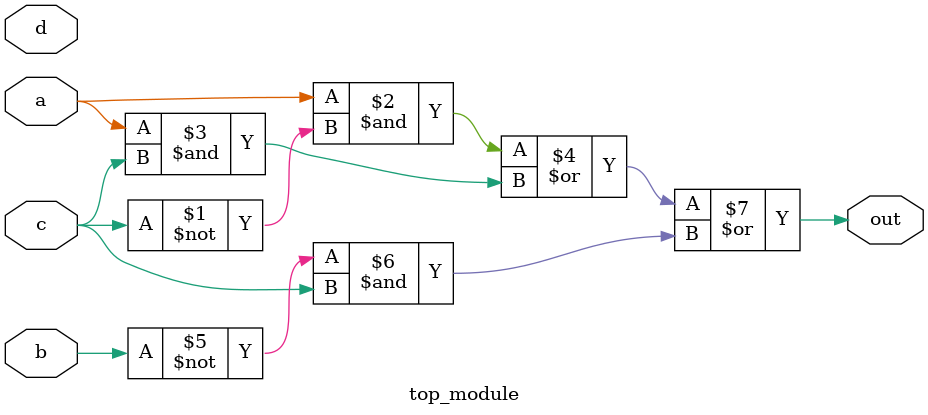
<source format=v>
module top_module(
    input a,
    input b,
    input c,
    input d,
    output out  ); 

    assign out = a&~c | a&c | ~b&c;
endmodule

</source>
